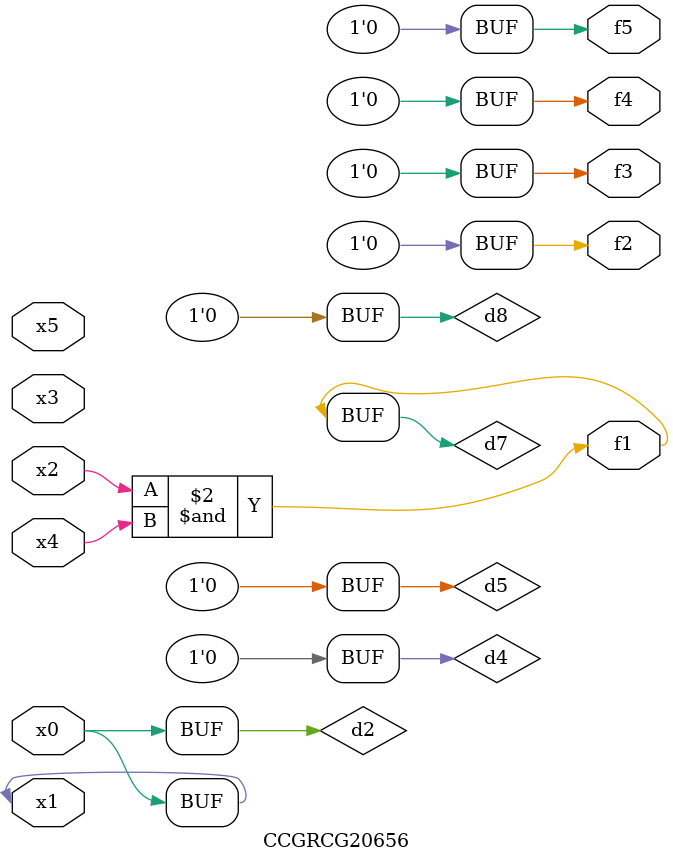
<source format=v>
module CCGRCG20656(
	input x0, x1, x2, x3, x4, x5,
	output f1, f2, f3, f4, f5
);

	wire d1, d2, d3, d4, d5, d6, d7, d8, d9;

	nand (d1, x1);
	buf (d2, x0, x1);
	nand (d3, x2, x4);
	and (d4, d1, d2);
	and (d5, d1, d2);
	nand (d6, d1, d3);
	not (d7, d3);
	xor (d8, d5);
	nor (d9, d5, d6);
	assign f1 = d7;
	assign f2 = d8;
	assign f3 = d8;
	assign f4 = d8;
	assign f5 = d8;
endmodule

</source>
